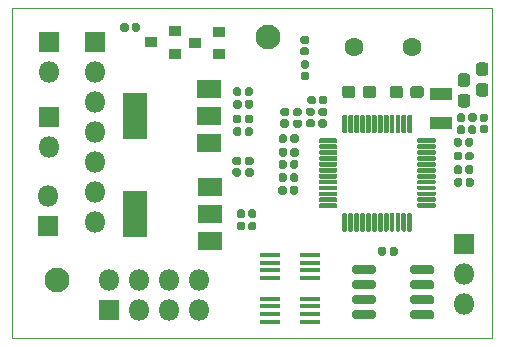
<source format=gbr>
%TF.GenerationSoftware,KiCad,Pcbnew,(5.1.6-0-10_14)*%
%TF.CreationDate,2021-06-09T21:20:11-05:00*%
%TF.ProjectId,led_driver_v2_06052021,6c65645f-6472-4697-9665-725f76325f30,rev?*%
%TF.SameCoordinates,Original*%
%TF.FileFunction,Soldermask,Top*%
%TF.FilePolarity,Negative*%
%FSLAX46Y46*%
G04 Gerber Fmt 4.6, Leading zero omitted, Abs format (unit mm)*
G04 Created by KiCad (PCBNEW (5.1.6-0-10_14)) date 2021-06-09 21:20:11*
%MOMM*%
%LPD*%
G01*
G04 APERTURE LIST*
%TA.AperFunction,Profile*%
%ADD10C,0.050000*%
%TD*%
%ADD11C,1.600000*%
%ADD12C,2.100000*%
%ADD13R,1.800000X1.800000*%
%ADD14O,1.800000X1.800000*%
%ADD15R,1.000000X0.900000*%
%ADD16R,2.100000X1.600000*%
%ADD17R,2.100000X3.900000*%
%ADD18R,1.700000X0.400000*%
%ADD19R,1.900000X1.100000*%
G04 APERTURE END LIST*
D10*
X182880000Y-25400000D02*
X142240000Y-25400000D01*
X182880000Y-53340000D02*
X182880000Y-25400000D01*
X142240000Y-53340000D02*
X182880000Y-53340000D01*
X142240000Y-25400000D02*
X142240000Y-53340000D01*
D11*
%TO.C,Y2*%
X176070000Y-28660000D03*
X171190000Y-28660000D03*
%TD*%
%TO.C,C1*%
G36*
G01*
X180732500Y-33795000D02*
X180207500Y-33795000D01*
G75*
G02*
X179945000Y-33532500I0J262500D01*
G01*
X179945000Y-32907500D01*
G75*
G02*
X180207500Y-32645000I262500J0D01*
G01*
X180732500Y-32645000D01*
G75*
G02*
X180995000Y-32907500I0J-262500D01*
G01*
X180995000Y-33532500D01*
G75*
G02*
X180732500Y-33795000I-262500J0D01*
G01*
G37*
G36*
G01*
X180732500Y-32045000D02*
X180207500Y-32045000D01*
G75*
G02*
X179945000Y-31782500I0J262500D01*
G01*
X179945000Y-31157500D01*
G75*
G02*
X180207500Y-30895000I262500J0D01*
G01*
X180732500Y-30895000D01*
G75*
G02*
X180995000Y-31157500I0J-262500D01*
G01*
X180995000Y-31782500D01*
G75*
G02*
X180732500Y-32045000I-262500J0D01*
G01*
G37*
%TD*%
%TO.C,C2*%
G36*
G01*
X182272500Y-31120000D02*
X181747500Y-31120000D01*
G75*
G02*
X181485000Y-30857500I0J262500D01*
G01*
X181485000Y-30232500D01*
G75*
G02*
X181747500Y-29970000I262500J0D01*
G01*
X182272500Y-29970000D01*
G75*
G02*
X182535000Y-30232500I0J-262500D01*
G01*
X182535000Y-30857500D01*
G75*
G02*
X182272500Y-31120000I-262500J0D01*
G01*
G37*
G36*
G01*
X182272500Y-32870000D02*
X181747500Y-32870000D01*
G75*
G02*
X181485000Y-32607500I0J262500D01*
G01*
X181485000Y-31982500D01*
G75*
G02*
X181747500Y-31720000I262500J0D01*
G01*
X182272500Y-31720000D01*
G75*
G02*
X182535000Y-31982500I0J-262500D01*
G01*
X182535000Y-32607500D01*
G75*
G02*
X182272500Y-32870000I-262500J0D01*
G01*
G37*
%TD*%
%TO.C,C3*%
G36*
G01*
X174165000Y-32742500D02*
X174165000Y-32217500D01*
G75*
G02*
X174427500Y-31955000I262500J0D01*
G01*
X175052500Y-31955000D01*
G75*
G02*
X175315000Y-32217500I0J-262500D01*
G01*
X175315000Y-32742500D01*
G75*
G02*
X175052500Y-33005000I-262500J0D01*
G01*
X174427500Y-33005000D01*
G75*
G02*
X174165000Y-32742500I0J262500D01*
G01*
G37*
G36*
G01*
X175915000Y-32742500D02*
X175915000Y-32217500D01*
G75*
G02*
X176177500Y-31955000I262500J0D01*
G01*
X176802500Y-31955000D01*
G75*
G02*
X177065000Y-32217500I0J-262500D01*
G01*
X177065000Y-32742500D01*
G75*
G02*
X176802500Y-33005000I-262500J0D01*
G01*
X176177500Y-33005000D01*
G75*
G02*
X175915000Y-32742500I0J262500D01*
G01*
G37*
%TD*%
%TO.C,C4*%
G36*
G01*
X171285000Y-32207500D02*
X171285000Y-32732500D01*
G75*
G02*
X171022500Y-32995000I-262500J0D01*
G01*
X170397500Y-32995000D01*
G75*
G02*
X170135000Y-32732500I0J262500D01*
G01*
X170135000Y-32207500D01*
G75*
G02*
X170397500Y-31945000I262500J0D01*
G01*
X171022500Y-31945000D01*
G75*
G02*
X171285000Y-32207500I0J-262500D01*
G01*
G37*
G36*
G01*
X173035000Y-32207500D02*
X173035000Y-32732500D01*
G75*
G02*
X172772500Y-32995000I-262500J0D01*
G01*
X172147500Y-32995000D01*
G75*
G02*
X171885000Y-32732500I0J262500D01*
G01*
X171885000Y-32207500D01*
G75*
G02*
X172147500Y-31945000I262500J0D01*
G01*
X172772500Y-31945000D01*
G75*
G02*
X173035000Y-32207500I0J-262500D01*
G01*
G37*
%TD*%
%TO.C,C5*%
G36*
G01*
X161920000Y-33717500D02*
X161920000Y-33322500D01*
G75*
G02*
X162092500Y-33150000I172500J0D01*
G01*
X162437500Y-33150000D01*
G75*
G02*
X162610000Y-33322500I0J-172500D01*
G01*
X162610000Y-33717500D01*
G75*
G02*
X162437500Y-33890000I-172500J0D01*
G01*
X162092500Y-33890000D01*
G75*
G02*
X161920000Y-33717500I0J172500D01*
G01*
G37*
G36*
G01*
X160950000Y-33717500D02*
X160950000Y-33322500D01*
G75*
G02*
X161122500Y-33150000I172500J0D01*
G01*
X161467500Y-33150000D01*
G75*
G02*
X161640000Y-33322500I0J-172500D01*
G01*
X161640000Y-33717500D01*
G75*
G02*
X161467500Y-33890000I-172500J0D01*
G01*
X161122500Y-33890000D01*
G75*
G02*
X160950000Y-33717500I0J172500D01*
G01*
G37*
%TD*%
%TO.C,C6*%
G36*
G01*
X162600000Y-35632500D02*
X162600000Y-36027500D01*
G75*
G02*
X162427500Y-36200000I-172500J0D01*
G01*
X162082500Y-36200000D01*
G75*
G02*
X161910000Y-36027500I0J172500D01*
G01*
X161910000Y-35632500D01*
G75*
G02*
X162082500Y-35460000I172500J0D01*
G01*
X162427500Y-35460000D01*
G75*
G02*
X162600000Y-35632500I0J-172500D01*
G01*
G37*
G36*
G01*
X161630000Y-35632500D02*
X161630000Y-36027500D01*
G75*
G02*
X161457500Y-36200000I-172500J0D01*
G01*
X161112500Y-36200000D01*
G75*
G02*
X160940000Y-36027500I0J172500D01*
G01*
X160940000Y-35632500D01*
G75*
G02*
X161112500Y-35460000I172500J0D01*
G01*
X161457500Y-35460000D01*
G75*
G02*
X161630000Y-35632500I0J-172500D01*
G01*
G37*
%TD*%
%TO.C,C7*%
G36*
G01*
X181962500Y-34300000D02*
X182357500Y-34300000D01*
G75*
G02*
X182530000Y-34472500I0J-172500D01*
G01*
X182530000Y-34817500D01*
G75*
G02*
X182357500Y-34990000I-172500J0D01*
G01*
X181962500Y-34990000D01*
G75*
G02*
X181790000Y-34817500I0J172500D01*
G01*
X181790000Y-34472500D01*
G75*
G02*
X181962500Y-34300000I172500J0D01*
G01*
G37*
G36*
G01*
X181962500Y-35270000D02*
X182357500Y-35270000D01*
G75*
G02*
X182530000Y-35442500I0J-172500D01*
G01*
X182530000Y-35787500D01*
G75*
G02*
X182357500Y-35960000I-172500J0D01*
G01*
X181962500Y-35960000D01*
G75*
G02*
X181790000Y-35787500I0J172500D01*
G01*
X181790000Y-35442500D01*
G75*
G02*
X181962500Y-35270000I172500J0D01*
G01*
G37*
%TD*%
%TO.C,C8*%
G36*
G01*
X181520000Y-35482500D02*
X181520000Y-35877500D01*
G75*
G02*
X181347500Y-36050000I-172500J0D01*
G01*
X181002500Y-36050000D01*
G75*
G02*
X180830000Y-35877500I0J172500D01*
G01*
X180830000Y-35482500D01*
G75*
G02*
X181002500Y-35310000I172500J0D01*
G01*
X181347500Y-35310000D01*
G75*
G02*
X181520000Y-35482500I0J-172500D01*
G01*
G37*
G36*
G01*
X180550000Y-35482500D02*
X180550000Y-35877500D01*
G75*
G02*
X180377500Y-36050000I-172500J0D01*
G01*
X180032500Y-36050000D01*
G75*
G02*
X179860000Y-35877500I0J172500D01*
G01*
X179860000Y-35482500D01*
G75*
G02*
X180032500Y-35310000I172500J0D01*
G01*
X180377500Y-35310000D01*
G75*
G02*
X180550000Y-35482500I0J-172500D01*
G01*
G37*
%TD*%
%TO.C,C9*%
G36*
G01*
X180565000Y-34462500D02*
X180565000Y-34857500D01*
G75*
G02*
X180392500Y-35030000I-172500J0D01*
G01*
X180047500Y-35030000D01*
G75*
G02*
X179875000Y-34857500I0J172500D01*
G01*
X179875000Y-34462500D01*
G75*
G02*
X180047500Y-34290000I172500J0D01*
G01*
X180392500Y-34290000D01*
G75*
G02*
X180565000Y-34462500I0J-172500D01*
G01*
G37*
G36*
G01*
X181535000Y-34462500D02*
X181535000Y-34857500D01*
G75*
G02*
X181362500Y-35030000I-172500J0D01*
G01*
X181017500Y-35030000D01*
G75*
G02*
X180845000Y-34857500I0J172500D01*
G01*
X180845000Y-34462500D01*
G75*
G02*
X181017500Y-34290000I172500J0D01*
G01*
X181362500Y-34290000D01*
G75*
G02*
X181535000Y-34462500I0J-172500D01*
G01*
G37*
%TD*%
%TO.C,C10*%
G36*
G01*
X174165000Y-46157500D02*
X174165000Y-45762500D01*
G75*
G02*
X174337500Y-45590000I172500J0D01*
G01*
X174682500Y-45590000D01*
G75*
G02*
X174855000Y-45762500I0J-172500D01*
G01*
X174855000Y-46157500D01*
G75*
G02*
X174682500Y-46330000I-172500J0D01*
G01*
X174337500Y-46330000D01*
G75*
G02*
X174165000Y-46157500I0J172500D01*
G01*
G37*
G36*
G01*
X173195000Y-46157500D02*
X173195000Y-45762500D01*
G75*
G02*
X173367500Y-45590000I172500J0D01*
G01*
X173712500Y-45590000D01*
G75*
G02*
X173885000Y-45762500I0J-172500D01*
G01*
X173885000Y-46157500D01*
G75*
G02*
X173712500Y-46330000I-172500J0D01*
G01*
X173367500Y-46330000D01*
G75*
G02*
X173195000Y-46157500I0J172500D01*
G01*
G37*
%TD*%
D12*
%TO.C,H1*%
X163890000Y-27850000D03*
%TD*%
%TO.C,H2*%
X146050000Y-48400000D03*
%TD*%
D13*
%TO.C,J3*%
X145290000Y-43840000D03*
D14*
X145290000Y-41300000D03*
%TD*%
D13*
%TO.C,J4*%
X150420000Y-50960000D03*
D14*
X150420000Y-48420000D03*
X152960000Y-50960000D03*
X152960000Y-48420000D03*
X155500000Y-50960000D03*
X155500000Y-48420000D03*
X158040000Y-50960000D03*
X158040000Y-48420000D03*
%TD*%
D13*
%TO.C,J5*%
X145360000Y-34570000D03*
D14*
X145360000Y-37110000D03*
%TD*%
%TO.C,J6*%
X145340000Y-30770000D03*
D13*
X145340000Y-28230000D03*
%TD*%
%TO.C,J7*%
X149220000Y-28260000D03*
D14*
X149220000Y-30800000D03*
X149220000Y-33340000D03*
X149220000Y-35880000D03*
X149220000Y-38420000D03*
X149220000Y-40960000D03*
X149220000Y-43500000D03*
%TD*%
D13*
%TO.C,J8*%
X180500000Y-45340000D03*
D14*
X180500000Y-47880000D03*
X180500000Y-50420000D03*
%TD*%
D15*
%TO.C,Q1*%
X153970000Y-28280000D03*
X155970000Y-27330000D03*
X155970000Y-29230000D03*
%TD*%
%TO.C,Q2*%
X159730000Y-29260000D03*
X159730000Y-27360000D03*
X157730000Y-28310000D03*
%TD*%
%TO.C,R1*%
G36*
G01*
X168190000Y-33357500D02*
X168190000Y-32962500D01*
G75*
G02*
X168362500Y-32790000I172500J0D01*
G01*
X168707500Y-32790000D01*
G75*
G02*
X168880000Y-32962500I0J-172500D01*
G01*
X168880000Y-33357500D01*
G75*
G02*
X168707500Y-33530000I-172500J0D01*
G01*
X168362500Y-33530000D01*
G75*
G02*
X168190000Y-33357500I0J172500D01*
G01*
G37*
G36*
G01*
X167220000Y-33357500D02*
X167220000Y-32962500D01*
G75*
G02*
X167392500Y-32790000I172500J0D01*
G01*
X167737500Y-32790000D01*
G75*
G02*
X167910000Y-32962500I0J-172500D01*
G01*
X167910000Y-33357500D01*
G75*
G02*
X167737500Y-33530000I-172500J0D01*
G01*
X167392500Y-33530000D01*
G75*
G02*
X167220000Y-33357500I0J172500D01*
G01*
G37*
%TD*%
%TO.C,R2*%
G36*
G01*
X168312500Y-34800000D02*
X168707500Y-34800000D01*
G75*
G02*
X168880000Y-34972500I0J-172500D01*
G01*
X168880000Y-35317500D01*
G75*
G02*
X168707500Y-35490000I-172500J0D01*
G01*
X168312500Y-35490000D01*
G75*
G02*
X168140000Y-35317500I0J172500D01*
G01*
X168140000Y-34972500D01*
G75*
G02*
X168312500Y-34800000I172500J0D01*
G01*
G37*
G36*
G01*
X168312500Y-33830000D02*
X168707500Y-33830000D01*
G75*
G02*
X168880000Y-34002500I0J-172500D01*
G01*
X168880000Y-34347500D01*
G75*
G02*
X168707500Y-34520000I-172500J0D01*
G01*
X168312500Y-34520000D01*
G75*
G02*
X168140000Y-34347500I0J172500D01*
G01*
X168140000Y-34002500D01*
G75*
G02*
X168312500Y-33830000I172500J0D01*
G01*
G37*
%TD*%
%TO.C,R3*%
G36*
G01*
X167667500Y-35480000D02*
X167272500Y-35480000D01*
G75*
G02*
X167100000Y-35307500I0J172500D01*
G01*
X167100000Y-34962500D01*
G75*
G02*
X167272500Y-34790000I172500J0D01*
G01*
X167667500Y-34790000D01*
G75*
G02*
X167840000Y-34962500I0J-172500D01*
G01*
X167840000Y-35307500D01*
G75*
G02*
X167667500Y-35480000I-172500J0D01*
G01*
G37*
G36*
G01*
X167667500Y-34510000D02*
X167272500Y-34510000D01*
G75*
G02*
X167100000Y-34337500I0J172500D01*
G01*
X167100000Y-33992500D01*
G75*
G02*
X167272500Y-33820000I172500J0D01*
G01*
X167667500Y-33820000D01*
G75*
G02*
X167840000Y-33992500I0J-172500D01*
G01*
X167840000Y-34337500D01*
G75*
G02*
X167667500Y-34510000I-172500J0D01*
G01*
G37*
%TD*%
%TO.C,R4*%
G36*
G01*
X161910000Y-34957500D02*
X161910000Y-34562500D01*
G75*
G02*
X162082500Y-34390000I172500J0D01*
G01*
X162427500Y-34390000D01*
G75*
G02*
X162600000Y-34562500I0J-172500D01*
G01*
X162600000Y-34957500D01*
G75*
G02*
X162427500Y-35130000I-172500J0D01*
G01*
X162082500Y-35130000D01*
G75*
G02*
X161910000Y-34957500I0J172500D01*
G01*
G37*
G36*
G01*
X160940000Y-34957500D02*
X160940000Y-34562500D01*
G75*
G02*
X161112500Y-34390000I172500J0D01*
G01*
X161457500Y-34390000D01*
G75*
G02*
X161630000Y-34562500I0J-172500D01*
G01*
X161630000Y-34957500D01*
G75*
G02*
X161457500Y-35130000I-172500J0D01*
G01*
X161112500Y-35130000D01*
G75*
G02*
X160940000Y-34957500I0J172500D01*
G01*
G37*
%TD*%
%TO.C,R5*%
G36*
G01*
X166425000Y-40602500D02*
X166425000Y-40997500D01*
G75*
G02*
X166252500Y-41170000I-172500J0D01*
G01*
X165907500Y-41170000D01*
G75*
G02*
X165735000Y-40997500I0J172500D01*
G01*
X165735000Y-40602500D01*
G75*
G02*
X165907500Y-40430000I172500J0D01*
G01*
X166252500Y-40430000D01*
G75*
G02*
X166425000Y-40602500I0J-172500D01*
G01*
G37*
G36*
G01*
X165455000Y-40602500D02*
X165455000Y-40997500D01*
G75*
G02*
X165282500Y-41170000I-172500J0D01*
G01*
X164937500Y-41170000D01*
G75*
G02*
X164765000Y-40997500I0J172500D01*
G01*
X164765000Y-40602500D01*
G75*
G02*
X164937500Y-40430000I172500J0D01*
G01*
X165282500Y-40430000D01*
G75*
G02*
X165455000Y-40602500I0J-172500D01*
G01*
G37*
%TD*%
%TO.C,R6*%
G36*
G01*
X166162500Y-34810000D02*
X166557500Y-34810000D01*
G75*
G02*
X166730000Y-34982500I0J-172500D01*
G01*
X166730000Y-35327500D01*
G75*
G02*
X166557500Y-35500000I-172500J0D01*
G01*
X166162500Y-35500000D01*
G75*
G02*
X165990000Y-35327500I0J172500D01*
G01*
X165990000Y-34982500D01*
G75*
G02*
X166162500Y-34810000I172500J0D01*
G01*
G37*
G36*
G01*
X166162500Y-33840000D02*
X166557500Y-33840000D01*
G75*
G02*
X166730000Y-34012500I0J-172500D01*
G01*
X166730000Y-34357500D01*
G75*
G02*
X166557500Y-34530000I-172500J0D01*
G01*
X166162500Y-34530000D01*
G75*
G02*
X165990000Y-34357500I0J172500D01*
G01*
X165990000Y-34012500D01*
G75*
G02*
X166162500Y-33840000I172500J0D01*
G01*
G37*
%TD*%
%TO.C,R7*%
G36*
G01*
X165487500Y-35490000D02*
X165092500Y-35490000D01*
G75*
G02*
X164920000Y-35317500I0J172500D01*
G01*
X164920000Y-34972500D01*
G75*
G02*
X165092500Y-34800000I172500J0D01*
G01*
X165487500Y-34800000D01*
G75*
G02*
X165660000Y-34972500I0J-172500D01*
G01*
X165660000Y-35317500D01*
G75*
G02*
X165487500Y-35490000I-172500J0D01*
G01*
G37*
G36*
G01*
X165487500Y-34520000D02*
X165092500Y-34520000D01*
G75*
G02*
X164920000Y-34347500I0J172500D01*
G01*
X164920000Y-34002500D01*
G75*
G02*
X165092500Y-33830000I172500J0D01*
G01*
X165487500Y-33830000D01*
G75*
G02*
X165660000Y-34002500I0J-172500D01*
G01*
X165660000Y-34347500D01*
G75*
G02*
X165487500Y-34520000I-172500J0D01*
G01*
G37*
%TD*%
%TO.C,R8*%
G36*
G01*
X152350000Y-27207500D02*
X152350000Y-26812500D01*
G75*
G02*
X152522500Y-26640000I172500J0D01*
G01*
X152867500Y-26640000D01*
G75*
G02*
X153040000Y-26812500I0J-172500D01*
G01*
X153040000Y-27207500D01*
G75*
G02*
X152867500Y-27380000I-172500J0D01*
G01*
X152522500Y-27380000D01*
G75*
G02*
X152350000Y-27207500I0J172500D01*
G01*
G37*
G36*
G01*
X151380000Y-27207500D02*
X151380000Y-26812500D01*
G75*
G02*
X151552500Y-26640000I172500J0D01*
G01*
X151897500Y-26640000D01*
G75*
G02*
X152070000Y-26812500I0J-172500D01*
G01*
X152070000Y-27207500D01*
G75*
G02*
X151897500Y-27380000I-172500J0D01*
G01*
X151552500Y-27380000D01*
G75*
G02*
X151380000Y-27207500I0J172500D01*
G01*
G37*
%TD*%
%TO.C,R9*%
G36*
G01*
X167207500Y-31460000D02*
X166812500Y-31460000D01*
G75*
G02*
X166640000Y-31287500I0J172500D01*
G01*
X166640000Y-30942500D01*
G75*
G02*
X166812500Y-30770000I172500J0D01*
G01*
X167207500Y-30770000D01*
G75*
G02*
X167380000Y-30942500I0J-172500D01*
G01*
X167380000Y-31287500D01*
G75*
G02*
X167207500Y-31460000I-172500J0D01*
G01*
G37*
G36*
G01*
X167207500Y-30490000D02*
X166812500Y-30490000D01*
G75*
G02*
X166640000Y-30317500I0J172500D01*
G01*
X166640000Y-29972500D01*
G75*
G02*
X166812500Y-29800000I172500J0D01*
G01*
X167207500Y-29800000D01*
G75*
G02*
X167380000Y-29972500I0J-172500D01*
G01*
X167380000Y-30317500D01*
G75*
G02*
X167207500Y-30490000I-172500J0D01*
G01*
G37*
%TD*%
%TO.C,R10*%
G36*
G01*
X167177500Y-28415000D02*
X166782500Y-28415000D01*
G75*
G02*
X166610000Y-28242500I0J172500D01*
G01*
X166610000Y-27897500D01*
G75*
G02*
X166782500Y-27725000I172500J0D01*
G01*
X167177500Y-27725000D01*
G75*
G02*
X167350000Y-27897500I0J-172500D01*
G01*
X167350000Y-28242500D01*
G75*
G02*
X167177500Y-28415000I-172500J0D01*
G01*
G37*
G36*
G01*
X167177500Y-29385000D02*
X166782500Y-29385000D01*
G75*
G02*
X166610000Y-29212500I0J172500D01*
G01*
X166610000Y-28867500D01*
G75*
G02*
X166782500Y-28695000I172500J0D01*
G01*
X167177500Y-28695000D01*
G75*
G02*
X167350000Y-28867500I0J-172500D01*
G01*
X167350000Y-29212500D01*
G75*
G02*
X167177500Y-29385000I-172500J0D01*
G01*
G37*
%TD*%
%TO.C,R11*%
G36*
G01*
X180290000Y-36532500D02*
X180290000Y-36927500D01*
G75*
G02*
X180117500Y-37100000I-172500J0D01*
G01*
X179772500Y-37100000D01*
G75*
G02*
X179600000Y-36927500I0J172500D01*
G01*
X179600000Y-36532500D01*
G75*
G02*
X179772500Y-36360000I172500J0D01*
G01*
X180117500Y-36360000D01*
G75*
G02*
X180290000Y-36532500I0J-172500D01*
G01*
G37*
G36*
G01*
X181260000Y-36532500D02*
X181260000Y-36927500D01*
G75*
G02*
X181087500Y-37100000I-172500J0D01*
G01*
X180742500Y-37100000D01*
G75*
G02*
X180570000Y-36927500I0J172500D01*
G01*
X180570000Y-36532500D01*
G75*
G02*
X180742500Y-36360000I172500J0D01*
G01*
X181087500Y-36360000D01*
G75*
G02*
X181260000Y-36532500I0J-172500D01*
G01*
G37*
%TD*%
%TO.C,R12*%
G36*
G01*
X179620000Y-38097500D02*
X179620000Y-37702500D01*
G75*
G02*
X179792500Y-37530000I172500J0D01*
G01*
X180137500Y-37530000D01*
G75*
G02*
X180310000Y-37702500I0J-172500D01*
G01*
X180310000Y-38097500D01*
G75*
G02*
X180137500Y-38270000I-172500J0D01*
G01*
X179792500Y-38270000D01*
G75*
G02*
X179620000Y-38097500I0J172500D01*
G01*
G37*
G36*
G01*
X180590000Y-38097500D02*
X180590000Y-37702500D01*
G75*
G02*
X180762500Y-37530000I172500J0D01*
G01*
X181107500Y-37530000D01*
G75*
G02*
X181280000Y-37702500I0J-172500D01*
G01*
X181280000Y-38097500D01*
G75*
G02*
X181107500Y-38270000I-172500J0D01*
G01*
X180762500Y-38270000D01*
G75*
G02*
X180590000Y-38097500I0J172500D01*
G01*
G37*
%TD*%
%TO.C,R13*%
G36*
G01*
X180320000Y-39922500D02*
X180320000Y-40317500D01*
G75*
G02*
X180147500Y-40490000I-172500J0D01*
G01*
X179802500Y-40490000D01*
G75*
G02*
X179630000Y-40317500I0J172500D01*
G01*
X179630000Y-39922500D01*
G75*
G02*
X179802500Y-39750000I172500J0D01*
G01*
X180147500Y-39750000D01*
G75*
G02*
X180320000Y-39922500I0J-172500D01*
G01*
G37*
G36*
G01*
X181290000Y-39922500D02*
X181290000Y-40317500D01*
G75*
G02*
X181117500Y-40490000I-172500J0D01*
G01*
X180772500Y-40490000D01*
G75*
G02*
X180600000Y-40317500I0J172500D01*
G01*
X180600000Y-39922500D01*
G75*
G02*
X180772500Y-39750000I172500J0D01*
G01*
X181117500Y-39750000D01*
G75*
G02*
X181290000Y-39922500I0J-172500D01*
G01*
G37*
%TD*%
%TO.C,R14*%
G36*
G01*
X165460000Y-39522500D02*
X165460000Y-39917500D01*
G75*
G02*
X165287500Y-40090000I-172500J0D01*
G01*
X164942500Y-40090000D01*
G75*
G02*
X164770000Y-39917500I0J172500D01*
G01*
X164770000Y-39522500D01*
G75*
G02*
X164942500Y-39350000I172500J0D01*
G01*
X165287500Y-39350000D01*
G75*
G02*
X165460000Y-39522500I0J-172500D01*
G01*
G37*
G36*
G01*
X166430000Y-39522500D02*
X166430000Y-39917500D01*
G75*
G02*
X166257500Y-40090000I-172500J0D01*
G01*
X165912500Y-40090000D01*
G75*
G02*
X165740000Y-39917500I0J172500D01*
G01*
X165740000Y-39522500D01*
G75*
G02*
X165912500Y-39350000I172500J0D01*
G01*
X166257500Y-39350000D01*
G75*
G02*
X166430000Y-39522500I0J-172500D01*
G01*
G37*
%TD*%
%TO.C,R15*%
G36*
G01*
X181275000Y-38852500D02*
X181275000Y-39247500D01*
G75*
G02*
X181102500Y-39420000I-172500J0D01*
G01*
X180757500Y-39420000D01*
G75*
G02*
X180585000Y-39247500I0J172500D01*
G01*
X180585000Y-38852500D01*
G75*
G02*
X180757500Y-38680000I172500J0D01*
G01*
X181102500Y-38680000D01*
G75*
G02*
X181275000Y-38852500I0J-172500D01*
G01*
G37*
G36*
G01*
X180305000Y-38852500D02*
X180305000Y-39247500D01*
G75*
G02*
X180132500Y-39420000I-172500J0D01*
G01*
X179787500Y-39420000D01*
G75*
G02*
X179615000Y-39247500I0J172500D01*
G01*
X179615000Y-38852500D01*
G75*
G02*
X179787500Y-38680000I172500J0D01*
G01*
X180132500Y-38680000D01*
G75*
G02*
X180305000Y-38852500I0J-172500D01*
G01*
G37*
%TD*%
%TO.C,R16*%
G36*
G01*
X160930000Y-32647500D02*
X160930000Y-32252500D01*
G75*
G02*
X161102500Y-32080000I172500J0D01*
G01*
X161447500Y-32080000D01*
G75*
G02*
X161620000Y-32252500I0J-172500D01*
G01*
X161620000Y-32647500D01*
G75*
G02*
X161447500Y-32820000I-172500J0D01*
G01*
X161102500Y-32820000D01*
G75*
G02*
X160930000Y-32647500I0J172500D01*
G01*
G37*
G36*
G01*
X161900000Y-32647500D02*
X161900000Y-32252500D01*
G75*
G02*
X162072500Y-32080000I172500J0D01*
G01*
X162417500Y-32080000D01*
G75*
G02*
X162590000Y-32252500I0J-172500D01*
G01*
X162590000Y-32647500D01*
G75*
G02*
X162417500Y-32820000I-172500J0D01*
G01*
X162072500Y-32820000D01*
G75*
G02*
X161900000Y-32647500I0J172500D01*
G01*
G37*
%TD*%
%TO.C,R17*%
G36*
G01*
X165770000Y-37767500D02*
X165770000Y-37372500D01*
G75*
G02*
X165942500Y-37200000I172500J0D01*
G01*
X166287500Y-37200000D01*
G75*
G02*
X166460000Y-37372500I0J-172500D01*
G01*
X166460000Y-37767500D01*
G75*
G02*
X166287500Y-37940000I-172500J0D01*
G01*
X165942500Y-37940000D01*
G75*
G02*
X165770000Y-37767500I0J172500D01*
G01*
G37*
G36*
G01*
X164800000Y-37767500D02*
X164800000Y-37372500D01*
G75*
G02*
X164972500Y-37200000I172500J0D01*
G01*
X165317500Y-37200000D01*
G75*
G02*
X165490000Y-37372500I0J-172500D01*
G01*
X165490000Y-37767500D01*
G75*
G02*
X165317500Y-37940000I-172500J0D01*
G01*
X164972500Y-37940000D01*
G75*
G02*
X164800000Y-37767500I0J172500D01*
G01*
G37*
%TD*%
%TO.C,R18*%
G36*
G01*
X166460000Y-36222500D02*
X166460000Y-36617500D01*
G75*
G02*
X166287500Y-36790000I-172500J0D01*
G01*
X165942500Y-36790000D01*
G75*
G02*
X165770000Y-36617500I0J172500D01*
G01*
X165770000Y-36222500D01*
G75*
G02*
X165942500Y-36050000I172500J0D01*
G01*
X166287500Y-36050000D01*
G75*
G02*
X166460000Y-36222500I0J-172500D01*
G01*
G37*
G36*
G01*
X165490000Y-36222500D02*
X165490000Y-36617500D01*
G75*
G02*
X165317500Y-36790000I-172500J0D01*
G01*
X164972500Y-36790000D01*
G75*
G02*
X164800000Y-36617500I0J172500D01*
G01*
X164800000Y-36222500D01*
G75*
G02*
X164972500Y-36050000I172500J0D01*
G01*
X165317500Y-36050000D01*
G75*
G02*
X165490000Y-36222500I0J-172500D01*
G01*
G37*
%TD*%
%TO.C,R19*%
G36*
G01*
X164770000Y-38797500D02*
X164770000Y-38402500D01*
G75*
G02*
X164942500Y-38230000I172500J0D01*
G01*
X165287500Y-38230000D01*
G75*
G02*
X165460000Y-38402500I0J-172500D01*
G01*
X165460000Y-38797500D01*
G75*
G02*
X165287500Y-38970000I-172500J0D01*
G01*
X164942500Y-38970000D01*
G75*
G02*
X164770000Y-38797500I0J172500D01*
G01*
G37*
G36*
G01*
X165740000Y-38797500D02*
X165740000Y-38402500D01*
G75*
G02*
X165912500Y-38230000I172500J0D01*
G01*
X166257500Y-38230000D01*
G75*
G02*
X166430000Y-38402500I0J-172500D01*
G01*
X166430000Y-38797500D01*
G75*
G02*
X166257500Y-38970000I-172500J0D01*
G01*
X165912500Y-38970000D01*
G75*
G02*
X165740000Y-38797500I0J172500D01*
G01*
G37*
%TD*%
%TO.C,R20*%
G36*
G01*
X161437500Y-39630000D02*
X161042500Y-39630000D01*
G75*
G02*
X160870000Y-39457500I0J172500D01*
G01*
X160870000Y-39112500D01*
G75*
G02*
X161042500Y-38940000I172500J0D01*
G01*
X161437500Y-38940000D01*
G75*
G02*
X161610000Y-39112500I0J-172500D01*
G01*
X161610000Y-39457500D01*
G75*
G02*
X161437500Y-39630000I-172500J0D01*
G01*
G37*
G36*
G01*
X161437500Y-38660000D02*
X161042500Y-38660000D01*
G75*
G02*
X160870000Y-38487500I0J172500D01*
G01*
X160870000Y-38142500D01*
G75*
G02*
X161042500Y-37970000I172500J0D01*
G01*
X161437500Y-37970000D01*
G75*
G02*
X161610000Y-38142500I0J-172500D01*
G01*
X161610000Y-38487500D01*
G75*
G02*
X161437500Y-38660000I-172500J0D01*
G01*
G37*
%TD*%
%TO.C,R21*%
G36*
G01*
X162200000Y-42987500D02*
X162200000Y-42592500D01*
G75*
G02*
X162372500Y-42420000I172500J0D01*
G01*
X162717500Y-42420000D01*
G75*
G02*
X162890000Y-42592500I0J-172500D01*
G01*
X162890000Y-42987500D01*
G75*
G02*
X162717500Y-43160000I-172500J0D01*
G01*
X162372500Y-43160000D01*
G75*
G02*
X162200000Y-42987500I0J172500D01*
G01*
G37*
G36*
G01*
X161230000Y-42987500D02*
X161230000Y-42592500D01*
G75*
G02*
X161402500Y-42420000I172500J0D01*
G01*
X161747500Y-42420000D01*
G75*
G02*
X161920000Y-42592500I0J-172500D01*
G01*
X161920000Y-42987500D01*
G75*
G02*
X161747500Y-43160000I-172500J0D01*
G01*
X161402500Y-43160000D01*
G75*
G02*
X161230000Y-42987500I0J172500D01*
G01*
G37*
%TD*%
%TO.C,R22*%
G36*
G01*
X161240000Y-44027500D02*
X161240000Y-43632500D01*
G75*
G02*
X161412500Y-43460000I172500J0D01*
G01*
X161757500Y-43460000D01*
G75*
G02*
X161930000Y-43632500I0J-172500D01*
G01*
X161930000Y-44027500D01*
G75*
G02*
X161757500Y-44200000I-172500J0D01*
G01*
X161412500Y-44200000D01*
G75*
G02*
X161240000Y-44027500I0J172500D01*
G01*
G37*
G36*
G01*
X162210000Y-44027500D02*
X162210000Y-43632500D01*
G75*
G02*
X162382500Y-43460000I172500J0D01*
G01*
X162727500Y-43460000D01*
G75*
G02*
X162900000Y-43632500I0J-172500D01*
G01*
X162900000Y-44027500D01*
G75*
G02*
X162727500Y-44200000I-172500J0D01*
G01*
X162382500Y-44200000D01*
G75*
G02*
X162210000Y-44027500I0J172500D01*
G01*
G37*
%TD*%
%TO.C,R23*%
G36*
G01*
X162487500Y-39640000D02*
X162092500Y-39640000D01*
G75*
G02*
X161920000Y-39467500I0J172500D01*
G01*
X161920000Y-39122500D01*
G75*
G02*
X162092500Y-38950000I172500J0D01*
G01*
X162487500Y-38950000D01*
G75*
G02*
X162660000Y-39122500I0J-172500D01*
G01*
X162660000Y-39467500D01*
G75*
G02*
X162487500Y-39640000I-172500J0D01*
G01*
G37*
G36*
G01*
X162487500Y-38670000D02*
X162092500Y-38670000D01*
G75*
G02*
X161920000Y-38497500I0J172500D01*
G01*
X161920000Y-38152500D01*
G75*
G02*
X162092500Y-37980000I172500J0D01*
G01*
X162487500Y-37980000D01*
G75*
G02*
X162660000Y-38152500I0J-172500D01*
G01*
X162660000Y-38497500D01*
G75*
G02*
X162487500Y-38670000I-172500J0D01*
G01*
G37*
%TD*%
D16*
%TO.C,U1*%
X158920000Y-36790000D03*
X158920000Y-32190000D03*
X158920000Y-34490000D03*
D17*
X152620000Y-34490000D03*
%TD*%
%TO.C,U2*%
G36*
G01*
X175780000Y-34400000D02*
X175980000Y-34400000D01*
G75*
G02*
X176080000Y-34500000I0J-100000D01*
G01*
X176080000Y-35875000D01*
G75*
G02*
X175980000Y-35975000I-100000J0D01*
G01*
X175780000Y-35975000D01*
G75*
G02*
X175680000Y-35875000I0J100000D01*
G01*
X175680000Y-34500000D01*
G75*
G02*
X175780000Y-34400000I100000J0D01*
G01*
G37*
G36*
G01*
X175280000Y-34400000D02*
X175480000Y-34400000D01*
G75*
G02*
X175580000Y-34500000I0J-100000D01*
G01*
X175580000Y-35875000D01*
G75*
G02*
X175480000Y-35975000I-100000J0D01*
G01*
X175280000Y-35975000D01*
G75*
G02*
X175180000Y-35875000I0J100000D01*
G01*
X175180000Y-34500000D01*
G75*
G02*
X175280000Y-34400000I100000J0D01*
G01*
G37*
G36*
G01*
X174780000Y-34400000D02*
X174980000Y-34400000D01*
G75*
G02*
X175080000Y-34500000I0J-100000D01*
G01*
X175080000Y-35875000D01*
G75*
G02*
X174980000Y-35975000I-100000J0D01*
G01*
X174780000Y-35975000D01*
G75*
G02*
X174680000Y-35875000I0J100000D01*
G01*
X174680000Y-34500000D01*
G75*
G02*
X174780000Y-34400000I100000J0D01*
G01*
G37*
G36*
G01*
X174280000Y-34400000D02*
X174480000Y-34400000D01*
G75*
G02*
X174580000Y-34500000I0J-100000D01*
G01*
X174580000Y-35875000D01*
G75*
G02*
X174480000Y-35975000I-100000J0D01*
G01*
X174280000Y-35975000D01*
G75*
G02*
X174180000Y-35875000I0J100000D01*
G01*
X174180000Y-34500000D01*
G75*
G02*
X174280000Y-34400000I100000J0D01*
G01*
G37*
G36*
G01*
X173780000Y-34400000D02*
X173980000Y-34400000D01*
G75*
G02*
X174080000Y-34500000I0J-100000D01*
G01*
X174080000Y-35875000D01*
G75*
G02*
X173980000Y-35975000I-100000J0D01*
G01*
X173780000Y-35975000D01*
G75*
G02*
X173680000Y-35875000I0J100000D01*
G01*
X173680000Y-34500000D01*
G75*
G02*
X173780000Y-34400000I100000J0D01*
G01*
G37*
G36*
G01*
X173280000Y-34400000D02*
X173480000Y-34400000D01*
G75*
G02*
X173580000Y-34500000I0J-100000D01*
G01*
X173580000Y-35875000D01*
G75*
G02*
X173480000Y-35975000I-100000J0D01*
G01*
X173280000Y-35975000D01*
G75*
G02*
X173180000Y-35875000I0J100000D01*
G01*
X173180000Y-34500000D01*
G75*
G02*
X173280000Y-34400000I100000J0D01*
G01*
G37*
G36*
G01*
X172780000Y-34400000D02*
X172980000Y-34400000D01*
G75*
G02*
X173080000Y-34500000I0J-100000D01*
G01*
X173080000Y-35875000D01*
G75*
G02*
X172980000Y-35975000I-100000J0D01*
G01*
X172780000Y-35975000D01*
G75*
G02*
X172680000Y-35875000I0J100000D01*
G01*
X172680000Y-34500000D01*
G75*
G02*
X172780000Y-34400000I100000J0D01*
G01*
G37*
G36*
G01*
X172280000Y-34400000D02*
X172480000Y-34400000D01*
G75*
G02*
X172580000Y-34500000I0J-100000D01*
G01*
X172580000Y-35875000D01*
G75*
G02*
X172480000Y-35975000I-100000J0D01*
G01*
X172280000Y-35975000D01*
G75*
G02*
X172180000Y-35875000I0J100000D01*
G01*
X172180000Y-34500000D01*
G75*
G02*
X172280000Y-34400000I100000J0D01*
G01*
G37*
G36*
G01*
X171780000Y-34400000D02*
X171980000Y-34400000D01*
G75*
G02*
X172080000Y-34500000I0J-100000D01*
G01*
X172080000Y-35875000D01*
G75*
G02*
X171980000Y-35975000I-100000J0D01*
G01*
X171780000Y-35975000D01*
G75*
G02*
X171680000Y-35875000I0J100000D01*
G01*
X171680000Y-34500000D01*
G75*
G02*
X171780000Y-34400000I100000J0D01*
G01*
G37*
G36*
G01*
X171280000Y-34400000D02*
X171480000Y-34400000D01*
G75*
G02*
X171580000Y-34500000I0J-100000D01*
G01*
X171580000Y-35875000D01*
G75*
G02*
X171480000Y-35975000I-100000J0D01*
G01*
X171280000Y-35975000D01*
G75*
G02*
X171180000Y-35875000I0J100000D01*
G01*
X171180000Y-34500000D01*
G75*
G02*
X171280000Y-34400000I100000J0D01*
G01*
G37*
G36*
G01*
X170780000Y-34400000D02*
X170980000Y-34400000D01*
G75*
G02*
X171080000Y-34500000I0J-100000D01*
G01*
X171080000Y-35875000D01*
G75*
G02*
X170980000Y-35975000I-100000J0D01*
G01*
X170780000Y-35975000D01*
G75*
G02*
X170680000Y-35875000I0J100000D01*
G01*
X170680000Y-34500000D01*
G75*
G02*
X170780000Y-34400000I100000J0D01*
G01*
G37*
G36*
G01*
X170280000Y-34400000D02*
X170480000Y-34400000D01*
G75*
G02*
X170580000Y-34500000I0J-100000D01*
G01*
X170580000Y-35875000D01*
G75*
G02*
X170480000Y-35975000I-100000J0D01*
G01*
X170280000Y-35975000D01*
G75*
G02*
X170180000Y-35875000I0J100000D01*
G01*
X170180000Y-34500000D01*
G75*
G02*
X170280000Y-34400000I100000J0D01*
G01*
G37*
G36*
G01*
X168280000Y-36400000D02*
X169655000Y-36400000D01*
G75*
G02*
X169755000Y-36500000I0J-100000D01*
G01*
X169755000Y-36700000D01*
G75*
G02*
X169655000Y-36800000I-100000J0D01*
G01*
X168280000Y-36800000D01*
G75*
G02*
X168180000Y-36700000I0J100000D01*
G01*
X168180000Y-36500000D01*
G75*
G02*
X168280000Y-36400000I100000J0D01*
G01*
G37*
G36*
G01*
X168280000Y-36900000D02*
X169655000Y-36900000D01*
G75*
G02*
X169755000Y-37000000I0J-100000D01*
G01*
X169755000Y-37200000D01*
G75*
G02*
X169655000Y-37300000I-100000J0D01*
G01*
X168280000Y-37300000D01*
G75*
G02*
X168180000Y-37200000I0J100000D01*
G01*
X168180000Y-37000000D01*
G75*
G02*
X168280000Y-36900000I100000J0D01*
G01*
G37*
G36*
G01*
X168280000Y-37400000D02*
X169655000Y-37400000D01*
G75*
G02*
X169755000Y-37500000I0J-100000D01*
G01*
X169755000Y-37700000D01*
G75*
G02*
X169655000Y-37800000I-100000J0D01*
G01*
X168280000Y-37800000D01*
G75*
G02*
X168180000Y-37700000I0J100000D01*
G01*
X168180000Y-37500000D01*
G75*
G02*
X168280000Y-37400000I100000J0D01*
G01*
G37*
G36*
G01*
X168280000Y-37900000D02*
X169655000Y-37900000D01*
G75*
G02*
X169755000Y-38000000I0J-100000D01*
G01*
X169755000Y-38200000D01*
G75*
G02*
X169655000Y-38300000I-100000J0D01*
G01*
X168280000Y-38300000D01*
G75*
G02*
X168180000Y-38200000I0J100000D01*
G01*
X168180000Y-38000000D01*
G75*
G02*
X168280000Y-37900000I100000J0D01*
G01*
G37*
G36*
G01*
X168280000Y-38400000D02*
X169655000Y-38400000D01*
G75*
G02*
X169755000Y-38500000I0J-100000D01*
G01*
X169755000Y-38700000D01*
G75*
G02*
X169655000Y-38800000I-100000J0D01*
G01*
X168280000Y-38800000D01*
G75*
G02*
X168180000Y-38700000I0J100000D01*
G01*
X168180000Y-38500000D01*
G75*
G02*
X168280000Y-38400000I100000J0D01*
G01*
G37*
G36*
G01*
X168280000Y-38900000D02*
X169655000Y-38900000D01*
G75*
G02*
X169755000Y-39000000I0J-100000D01*
G01*
X169755000Y-39200000D01*
G75*
G02*
X169655000Y-39300000I-100000J0D01*
G01*
X168280000Y-39300000D01*
G75*
G02*
X168180000Y-39200000I0J100000D01*
G01*
X168180000Y-39000000D01*
G75*
G02*
X168280000Y-38900000I100000J0D01*
G01*
G37*
G36*
G01*
X168280000Y-39400000D02*
X169655000Y-39400000D01*
G75*
G02*
X169755000Y-39500000I0J-100000D01*
G01*
X169755000Y-39700000D01*
G75*
G02*
X169655000Y-39800000I-100000J0D01*
G01*
X168280000Y-39800000D01*
G75*
G02*
X168180000Y-39700000I0J100000D01*
G01*
X168180000Y-39500000D01*
G75*
G02*
X168280000Y-39400000I100000J0D01*
G01*
G37*
G36*
G01*
X168280000Y-39900000D02*
X169655000Y-39900000D01*
G75*
G02*
X169755000Y-40000000I0J-100000D01*
G01*
X169755000Y-40200000D01*
G75*
G02*
X169655000Y-40300000I-100000J0D01*
G01*
X168280000Y-40300000D01*
G75*
G02*
X168180000Y-40200000I0J100000D01*
G01*
X168180000Y-40000000D01*
G75*
G02*
X168280000Y-39900000I100000J0D01*
G01*
G37*
G36*
G01*
X168280000Y-40400000D02*
X169655000Y-40400000D01*
G75*
G02*
X169755000Y-40500000I0J-100000D01*
G01*
X169755000Y-40700000D01*
G75*
G02*
X169655000Y-40800000I-100000J0D01*
G01*
X168280000Y-40800000D01*
G75*
G02*
X168180000Y-40700000I0J100000D01*
G01*
X168180000Y-40500000D01*
G75*
G02*
X168280000Y-40400000I100000J0D01*
G01*
G37*
G36*
G01*
X168280000Y-40900000D02*
X169655000Y-40900000D01*
G75*
G02*
X169755000Y-41000000I0J-100000D01*
G01*
X169755000Y-41200000D01*
G75*
G02*
X169655000Y-41300000I-100000J0D01*
G01*
X168280000Y-41300000D01*
G75*
G02*
X168180000Y-41200000I0J100000D01*
G01*
X168180000Y-41000000D01*
G75*
G02*
X168280000Y-40900000I100000J0D01*
G01*
G37*
G36*
G01*
X168280000Y-41400000D02*
X169655000Y-41400000D01*
G75*
G02*
X169755000Y-41500000I0J-100000D01*
G01*
X169755000Y-41700000D01*
G75*
G02*
X169655000Y-41800000I-100000J0D01*
G01*
X168280000Y-41800000D01*
G75*
G02*
X168180000Y-41700000I0J100000D01*
G01*
X168180000Y-41500000D01*
G75*
G02*
X168280000Y-41400000I100000J0D01*
G01*
G37*
G36*
G01*
X168280000Y-41900000D02*
X169655000Y-41900000D01*
G75*
G02*
X169755000Y-42000000I0J-100000D01*
G01*
X169755000Y-42200000D01*
G75*
G02*
X169655000Y-42300000I-100000J0D01*
G01*
X168280000Y-42300000D01*
G75*
G02*
X168180000Y-42200000I0J100000D01*
G01*
X168180000Y-42000000D01*
G75*
G02*
X168280000Y-41900000I100000J0D01*
G01*
G37*
G36*
G01*
X170280000Y-42725000D02*
X170480000Y-42725000D01*
G75*
G02*
X170580000Y-42825000I0J-100000D01*
G01*
X170580000Y-44200000D01*
G75*
G02*
X170480000Y-44300000I-100000J0D01*
G01*
X170280000Y-44300000D01*
G75*
G02*
X170180000Y-44200000I0J100000D01*
G01*
X170180000Y-42825000D01*
G75*
G02*
X170280000Y-42725000I100000J0D01*
G01*
G37*
G36*
G01*
X170780000Y-42725000D02*
X170980000Y-42725000D01*
G75*
G02*
X171080000Y-42825000I0J-100000D01*
G01*
X171080000Y-44200000D01*
G75*
G02*
X170980000Y-44300000I-100000J0D01*
G01*
X170780000Y-44300000D01*
G75*
G02*
X170680000Y-44200000I0J100000D01*
G01*
X170680000Y-42825000D01*
G75*
G02*
X170780000Y-42725000I100000J0D01*
G01*
G37*
G36*
G01*
X171280000Y-42725000D02*
X171480000Y-42725000D01*
G75*
G02*
X171580000Y-42825000I0J-100000D01*
G01*
X171580000Y-44200000D01*
G75*
G02*
X171480000Y-44300000I-100000J0D01*
G01*
X171280000Y-44300000D01*
G75*
G02*
X171180000Y-44200000I0J100000D01*
G01*
X171180000Y-42825000D01*
G75*
G02*
X171280000Y-42725000I100000J0D01*
G01*
G37*
G36*
G01*
X171780000Y-42725000D02*
X171980000Y-42725000D01*
G75*
G02*
X172080000Y-42825000I0J-100000D01*
G01*
X172080000Y-44200000D01*
G75*
G02*
X171980000Y-44300000I-100000J0D01*
G01*
X171780000Y-44300000D01*
G75*
G02*
X171680000Y-44200000I0J100000D01*
G01*
X171680000Y-42825000D01*
G75*
G02*
X171780000Y-42725000I100000J0D01*
G01*
G37*
G36*
G01*
X172280000Y-42725000D02*
X172480000Y-42725000D01*
G75*
G02*
X172580000Y-42825000I0J-100000D01*
G01*
X172580000Y-44200000D01*
G75*
G02*
X172480000Y-44300000I-100000J0D01*
G01*
X172280000Y-44300000D01*
G75*
G02*
X172180000Y-44200000I0J100000D01*
G01*
X172180000Y-42825000D01*
G75*
G02*
X172280000Y-42725000I100000J0D01*
G01*
G37*
G36*
G01*
X172780000Y-42725000D02*
X172980000Y-42725000D01*
G75*
G02*
X173080000Y-42825000I0J-100000D01*
G01*
X173080000Y-44200000D01*
G75*
G02*
X172980000Y-44300000I-100000J0D01*
G01*
X172780000Y-44300000D01*
G75*
G02*
X172680000Y-44200000I0J100000D01*
G01*
X172680000Y-42825000D01*
G75*
G02*
X172780000Y-42725000I100000J0D01*
G01*
G37*
G36*
G01*
X173280000Y-42725000D02*
X173480000Y-42725000D01*
G75*
G02*
X173580000Y-42825000I0J-100000D01*
G01*
X173580000Y-44200000D01*
G75*
G02*
X173480000Y-44300000I-100000J0D01*
G01*
X173280000Y-44300000D01*
G75*
G02*
X173180000Y-44200000I0J100000D01*
G01*
X173180000Y-42825000D01*
G75*
G02*
X173280000Y-42725000I100000J0D01*
G01*
G37*
G36*
G01*
X173780000Y-42725000D02*
X173980000Y-42725000D01*
G75*
G02*
X174080000Y-42825000I0J-100000D01*
G01*
X174080000Y-44200000D01*
G75*
G02*
X173980000Y-44300000I-100000J0D01*
G01*
X173780000Y-44300000D01*
G75*
G02*
X173680000Y-44200000I0J100000D01*
G01*
X173680000Y-42825000D01*
G75*
G02*
X173780000Y-42725000I100000J0D01*
G01*
G37*
G36*
G01*
X174280000Y-42725000D02*
X174480000Y-42725000D01*
G75*
G02*
X174580000Y-42825000I0J-100000D01*
G01*
X174580000Y-44200000D01*
G75*
G02*
X174480000Y-44300000I-100000J0D01*
G01*
X174280000Y-44300000D01*
G75*
G02*
X174180000Y-44200000I0J100000D01*
G01*
X174180000Y-42825000D01*
G75*
G02*
X174280000Y-42725000I100000J0D01*
G01*
G37*
G36*
G01*
X174780000Y-42725000D02*
X174980000Y-42725000D01*
G75*
G02*
X175080000Y-42825000I0J-100000D01*
G01*
X175080000Y-44200000D01*
G75*
G02*
X174980000Y-44300000I-100000J0D01*
G01*
X174780000Y-44300000D01*
G75*
G02*
X174680000Y-44200000I0J100000D01*
G01*
X174680000Y-42825000D01*
G75*
G02*
X174780000Y-42725000I100000J0D01*
G01*
G37*
G36*
G01*
X175280000Y-42725000D02*
X175480000Y-42725000D01*
G75*
G02*
X175580000Y-42825000I0J-100000D01*
G01*
X175580000Y-44200000D01*
G75*
G02*
X175480000Y-44300000I-100000J0D01*
G01*
X175280000Y-44300000D01*
G75*
G02*
X175180000Y-44200000I0J100000D01*
G01*
X175180000Y-42825000D01*
G75*
G02*
X175280000Y-42725000I100000J0D01*
G01*
G37*
G36*
G01*
X175780000Y-42725000D02*
X175980000Y-42725000D01*
G75*
G02*
X176080000Y-42825000I0J-100000D01*
G01*
X176080000Y-44200000D01*
G75*
G02*
X175980000Y-44300000I-100000J0D01*
G01*
X175780000Y-44300000D01*
G75*
G02*
X175680000Y-44200000I0J100000D01*
G01*
X175680000Y-42825000D01*
G75*
G02*
X175780000Y-42725000I100000J0D01*
G01*
G37*
G36*
G01*
X176605000Y-41900000D02*
X177980000Y-41900000D01*
G75*
G02*
X178080000Y-42000000I0J-100000D01*
G01*
X178080000Y-42200000D01*
G75*
G02*
X177980000Y-42300000I-100000J0D01*
G01*
X176605000Y-42300000D01*
G75*
G02*
X176505000Y-42200000I0J100000D01*
G01*
X176505000Y-42000000D01*
G75*
G02*
X176605000Y-41900000I100000J0D01*
G01*
G37*
G36*
G01*
X176605000Y-41400000D02*
X177980000Y-41400000D01*
G75*
G02*
X178080000Y-41500000I0J-100000D01*
G01*
X178080000Y-41700000D01*
G75*
G02*
X177980000Y-41800000I-100000J0D01*
G01*
X176605000Y-41800000D01*
G75*
G02*
X176505000Y-41700000I0J100000D01*
G01*
X176505000Y-41500000D01*
G75*
G02*
X176605000Y-41400000I100000J0D01*
G01*
G37*
G36*
G01*
X176605000Y-40900000D02*
X177980000Y-40900000D01*
G75*
G02*
X178080000Y-41000000I0J-100000D01*
G01*
X178080000Y-41200000D01*
G75*
G02*
X177980000Y-41300000I-100000J0D01*
G01*
X176605000Y-41300000D01*
G75*
G02*
X176505000Y-41200000I0J100000D01*
G01*
X176505000Y-41000000D01*
G75*
G02*
X176605000Y-40900000I100000J0D01*
G01*
G37*
G36*
G01*
X176605000Y-40400000D02*
X177980000Y-40400000D01*
G75*
G02*
X178080000Y-40500000I0J-100000D01*
G01*
X178080000Y-40700000D01*
G75*
G02*
X177980000Y-40800000I-100000J0D01*
G01*
X176605000Y-40800000D01*
G75*
G02*
X176505000Y-40700000I0J100000D01*
G01*
X176505000Y-40500000D01*
G75*
G02*
X176605000Y-40400000I100000J0D01*
G01*
G37*
G36*
G01*
X176605000Y-39900000D02*
X177980000Y-39900000D01*
G75*
G02*
X178080000Y-40000000I0J-100000D01*
G01*
X178080000Y-40200000D01*
G75*
G02*
X177980000Y-40300000I-100000J0D01*
G01*
X176605000Y-40300000D01*
G75*
G02*
X176505000Y-40200000I0J100000D01*
G01*
X176505000Y-40000000D01*
G75*
G02*
X176605000Y-39900000I100000J0D01*
G01*
G37*
G36*
G01*
X176605000Y-39400000D02*
X177980000Y-39400000D01*
G75*
G02*
X178080000Y-39500000I0J-100000D01*
G01*
X178080000Y-39700000D01*
G75*
G02*
X177980000Y-39800000I-100000J0D01*
G01*
X176605000Y-39800000D01*
G75*
G02*
X176505000Y-39700000I0J100000D01*
G01*
X176505000Y-39500000D01*
G75*
G02*
X176605000Y-39400000I100000J0D01*
G01*
G37*
G36*
G01*
X176605000Y-38900000D02*
X177980000Y-38900000D01*
G75*
G02*
X178080000Y-39000000I0J-100000D01*
G01*
X178080000Y-39200000D01*
G75*
G02*
X177980000Y-39300000I-100000J0D01*
G01*
X176605000Y-39300000D01*
G75*
G02*
X176505000Y-39200000I0J100000D01*
G01*
X176505000Y-39000000D01*
G75*
G02*
X176605000Y-38900000I100000J0D01*
G01*
G37*
G36*
G01*
X176605000Y-38400000D02*
X177980000Y-38400000D01*
G75*
G02*
X178080000Y-38500000I0J-100000D01*
G01*
X178080000Y-38700000D01*
G75*
G02*
X177980000Y-38800000I-100000J0D01*
G01*
X176605000Y-38800000D01*
G75*
G02*
X176505000Y-38700000I0J100000D01*
G01*
X176505000Y-38500000D01*
G75*
G02*
X176605000Y-38400000I100000J0D01*
G01*
G37*
G36*
G01*
X176605000Y-37900000D02*
X177980000Y-37900000D01*
G75*
G02*
X178080000Y-38000000I0J-100000D01*
G01*
X178080000Y-38200000D01*
G75*
G02*
X177980000Y-38300000I-100000J0D01*
G01*
X176605000Y-38300000D01*
G75*
G02*
X176505000Y-38200000I0J100000D01*
G01*
X176505000Y-38000000D01*
G75*
G02*
X176605000Y-37900000I100000J0D01*
G01*
G37*
G36*
G01*
X176605000Y-37400000D02*
X177980000Y-37400000D01*
G75*
G02*
X178080000Y-37500000I0J-100000D01*
G01*
X178080000Y-37700000D01*
G75*
G02*
X177980000Y-37800000I-100000J0D01*
G01*
X176605000Y-37800000D01*
G75*
G02*
X176505000Y-37700000I0J100000D01*
G01*
X176505000Y-37500000D01*
G75*
G02*
X176605000Y-37400000I100000J0D01*
G01*
G37*
G36*
G01*
X176605000Y-36900000D02*
X177980000Y-36900000D01*
G75*
G02*
X178080000Y-37000000I0J-100000D01*
G01*
X178080000Y-37200000D01*
G75*
G02*
X177980000Y-37300000I-100000J0D01*
G01*
X176605000Y-37300000D01*
G75*
G02*
X176505000Y-37200000I0J100000D01*
G01*
X176505000Y-37000000D01*
G75*
G02*
X176605000Y-36900000I100000J0D01*
G01*
G37*
G36*
G01*
X176605000Y-36400000D02*
X177980000Y-36400000D01*
G75*
G02*
X178080000Y-36500000I0J-100000D01*
G01*
X178080000Y-36700000D01*
G75*
G02*
X177980000Y-36800000I-100000J0D01*
G01*
X176605000Y-36800000D01*
G75*
G02*
X176505000Y-36700000I0J100000D01*
G01*
X176505000Y-36500000D01*
G75*
G02*
X176605000Y-36400000I100000J0D01*
G01*
G37*
%TD*%
D18*
%TO.C,U3*%
X167450000Y-46285000D03*
X167450000Y-46935000D03*
X167450000Y-47585000D03*
X167450000Y-48235000D03*
X164050000Y-48235000D03*
X164050000Y-47585000D03*
X164050000Y-46935000D03*
X164050000Y-46285000D03*
%TD*%
%TO.C,U4*%
G36*
G01*
X170970000Y-47690000D02*
X170970000Y-47340000D01*
G75*
G02*
X171145000Y-47165000I175000J0D01*
G01*
X172845000Y-47165000D01*
G75*
G02*
X173020000Y-47340000I0J-175000D01*
G01*
X173020000Y-47690000D01*
G75*
G02*
X172845000Y-47865000I-175000J0D01*
G01*
X171145000Y-47865000D01*
G75*
G02*
X170970000Y-47690000I0J175000D01*
G01*
G37*
G36*
G01*
X170970000Y-48960000D02*
X170970000Y-48610000D01*
G75*
G02*
X171145000Y-48435000I175000J0D01*
G01*
X172845000Y-48435000D01*
G75*
G02*
X173020000Y-48610000I0J-175000D01*
G01*
X173020000Y-48960000D01*
G75*
G02*
X172845000Y-49135000I-175000J0D01*
G01*
X171145000Y-49135000D01*
G75*
G02*
X170970000Y-48960000I0J175000D01*
G01*
G37*
G36*
G01*
X170970000Y-50230000D02*
X170970000Y-49880000D01*
G75*
G02*
X171145000Y-49705000I175000J0D01*
G01*
X172845000Y-49705000D01*
G75*
G02*
X173020000Y-49880000I0J-175000D01*
G01*
X173020000Y-50230000D01*
G75*
G02*
X172845000Y-50405000I-175000J0D01*
G01*
X171145000Y-50405000D01*
G75*
G02*
X170970000Y-50230000I0J175000D01*
G01*
G37*
G36*
G01*
X170970000Y-51500000D02*
X170970000Y-51150000D01*
G75*
G02*
X171145000Y-50975000I175000J0D01*
G01*
X172845000Y-50975000D01*
G75*
G02*
X173020000Y-51150000I0J-175000D01*
G01*
X173020000Y-51500000D01*
G75*
G02*
X172845000Y-51675000I-175000J0D01*
G01*
X171145000Y-51675000D01*
G75*
G02*
X170970000Y-51500000I0J175000D01*
G01*
G37*
G36*
G01*
X175920000Y-51500000D02*
X175920000Y-51150000D01*
G75*
G02*
X176095000Y-50975000I175000J0D01*
G01*
X177795000Y-50975000D01*
G75*
G02*
X177970000Y-51150000I0J-175000D01*
G01*
X177970000Y-51500000D01*
G75*
G02*
X177795000Y-51675000I-175000J0D01*
G01*
X176095000Y-51675000D01*
G75*
G02*
X175920000Y-51500000I0J175000D01*
G01*
G37*
G36*
G01*
X175920000Y-50230000D02*
X175920000Y-49880000D01*
G75*
G02*
X176095000Y-49705000I175000J0D01*
G01*
X177795000Y-49705000D01*
G75*
G02*
X177970000Y-49880000I0J-175000D01*
G01*
X177970000Y-50230000D01*
G75*
G02*
X177795000Y-50405000I-175000J0D01*
G01*
X176095000Y-50405000D01*
G75*
G02*
X175920000Y-50230000I0J175000D01*
G01*
G37*
G36*
G01*
X175920000Y-48960000D02*
X175920000Y-48610000D01*
G75*
G02*
X176095000Y-48435000I175000J0D01*
G01*
X177795000Y-48435000D01*
G75*
G02*
X177970000Y-48610000I0J-175000D01*
G01*
X177970000Y-48960000D01*
G75*
G02*
X177795000Y-49135000I-175000J0D01*
G01*
X176095000Y-49135000D01*
G75*
G02*
X175920000Y-48960000I0J175000D01*
G01*
G37*
G36*
G01*
X175920000Y-47690000D02*
X175920000Y-47340000D01*
G75*
G02*
X176095000Y-47165000I175000J0D01*
G01*
X177795000Y-47165000D01*
G75*
G02*
X177970000Y-47340000I0J-175000D01*
G01*
X177970000Y-47690000D01*
G75*
G02*
X177795000Y-47865000I-175000J0D01*
G01*
X176095000Y-47865000D01*
G75*
G02*
X175920000Y-47690000I0J175000D01*
G01*
G37*
%TD*%
%TO.C,U5*%
X164070000Y-49975000D03*
X164070000Y-50625000D03*
X164070000Y-51275000D03*
X164070000Y-51925000D03*
X167470000Y-51925000D03*
X167470000Y-51275000D03*
X167470000Y-50625000D03*
X167470000Y-49975000D03*
%TD*%
D17*
%TO.C,U10*%
X152650000Y-42820000D03*
D16*
X158950000Y-42820000D03*
X158950000Y-40520000D03*
X158950000Y-45120000D03*
%TD*%
D19*
%TO.C,Y1*%
X178530000Y-32620000D03*
X178530000Y-35120000D03*
%TD*%
M02*

</source>
